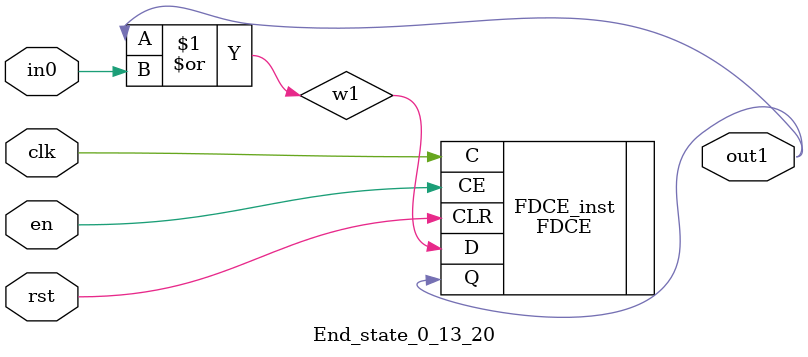
<source format=v>
module engine_0_13(out,clk,sod,en, in_0, in_1, in_3, in_5, in_13, in_14, in_15, in_16, in_17, in_19, in_29, in_38);
//pcre: /^Blade\s+Runner\s+ver\s+\d+/smi
//block char: ^[9], \x20[8], N[0], L[0], \d[5], v[0], a[0], r[0], e[0], d[0], u[0], B[0], 

	input clk,sod,en;

	input in_0, in_1, in_3, in_5, in_13, in_14, in_15, in_16, in_17, in_19, in_29, in_38;
	output out;

	assign w0 = 1'b1;
	state_0_13_1 BlockState_0_13_1 (w1,in_0,clk,en,sod,w0);
	state_0_13_2 BlockState_0_13_2 (w2,in_38,clk,en,sod,w1);
	state_0_13_3 BlockState_0_13_3 (w3,in_5,clk,en,sod,w2);
	state_0_13_4 BlockState_0_13_4 (w4,in_15,clk,en,sod,w3);
	state_0_13_5 BlockState_0_13_5 (w5,in_19,clk,en,sod,w4);
	state_0_13_6 BlockState_0_13_6 (w6,in_17,clk,en,sod,w5);
	state_0_13_7 BlockState_0_13_7 (w7,in_1,clk,en,sod,w7,w6);
	state_0_13_8 BlockState_0_13_8 (w8,in_16,clk,en,sod,w7);
	state_0_13_9 BlockState_0_13_9 (w9,in_29,clk,en,sod,w8);
	state_0_13_10 BlockState_0_13_10 (w10,in_3,clk,en,sod,w9);
	state_0_13_11 BlockState_0_13_11 (w11,in_3,clk,en,sod,w10);
	state_0_13_12 BlockState_0_13_12 (w12,in_17,clk,en,sod,w11);
	state_0_13_13 BlockState_0_13_13 (w13,in_16,clk,en,sod,w12);
	state_0_13_14 BlockState_0_13_14 (w14,in_1,clk,en,sod,w14,w13);
	state_0_13_15 BlockState_0_13_15 (w15,in_14,clk,en,sod,w14);
	state_0_13_16 BlockState_0_13_16 (w16,in_17,clk,en,sod,w15);
	state_0_13_17 BlockState_0_13_17 (w17,in_16,clk,en,sod,w16);
	state_0_13_18 BlockState_0_13_18 (w18,in_1,clk,en,sod,w18,w17);
	state_0_13_19 BlockState_0_13_19 (w19,in_13,clk,en,sod,w19,w18);
	End_state_0_13_20 BlockState_0_13_20 (out,clk,en,sod,w19);
endmodule

module state_0_13_1(out1,in_char,clk,en,rst,in0);
	input in_char,clk,en,rst,in0;
	output out1;
	wire w1,w2;
	assign w1 = in0; 
	and(w2,in_char,w1);
	FDCE #(.INIT(1'b0)) FDCE_inst (
		.Q(out1),
		.C(clk),
		.CE(en),
		.CLR(rst),
		.D(w2)
);
endmodule

module state_0_13_2(out1,in_char,clk,en,rst,in0);
	input in_char,clk,en,rst,in0;
	output out1;
	wire w1,w2;
	assign w1 = in0; 
	and(w2,in_char,w1);
	FDCE #(.INIT(1'b0)) FDCE_inst (
		.Q(out1),
		.C(clk),
		.CE(en),
		.CLR(rst),
		.D(w2)
);
endmodule

module state_0_13_3(out1,in_char,clk,en,rst,in0);
	input in_char,clk,en,rst,in0;
	output out1;
	wire w1,w2;
	assign w1 = in0; 
	and(w2,in_char,w1);
	FDCE #(.INIT(1'b0)) FDCE_inst (
		.Q(out1),
		.C(clk),
		.CE(en),
		.CLR(rst),
		.D(w2)
);
endmodule

module state_0_13_4(out1,in_char,clk,en,rst,in0);
	input in_char,clk,en,rst,in0;
	output out1;
	wire w1,w2;
	assign w1 = in0; 
	and(w2,in_char,w1);
	FDCE #(.INIT(1'b0)) FDCE_inst (
		.Q(out1),
		.C(clk),
		.CE(en),
		.CLR(rst),
		.D(w2)
);
endmodule

module state_0_13_5(out1,in_char,clk,en,rst,in0);
	input in_char,clk,en,rst,in0;
	output out1;
	wire w1,w2;
	assign w1 = in0; 
	and(w2,in_char,w1);
	FDCE #(.INIT(1'b0)) FDCE_inst (
		.Q(out1),
		.C(clk),
		.CE(en),
		.CLR(rst),
		.D(w2)
);
endmodule

module state_0_13_6(out1,in_char,clk,en,rst,in0);
	input in_char,clk,en,rst,in0;
	output out1;
	wire w1,w2;
	assign w1 = in0; 
	and(w2,in_char,w1);
	FDCE #(.INIT(1'b0)) FDCE_inst (
		.Q(out1),
		.C(clk),
		.CE(en),
		.CLR(rst),
		.D(w2)
);
endmodule

module state_0_13_7(out1,in_char,clk,en,rst,in0,in1);
	input in_char,clk,en,rst,in0,in1;
	output out1;
	wire w1,w2;
	or(w1,in0,in1);
	and(w2,in_char,w1);
	FDCE #(.INIT(1'b0)) FDCE_inst (
		.Q(out1),
		.C(clk),
		.CE(en),
		.CLR(rst),
		.D(w2)
);
endmodule

module state_0_13_8(out1,in_char,clk,en,rst,in0);
	input in_char,clk,en,rst,in0;
	output out1;
	wire w1,w2;
	assign w1 = in0; 
	and(w2,in_char,w1);
	FDCE #(.INIT(1'b0)) FDCE_inst (
		.Q(out1),
		.C(clk),
		.CE(en),
		.CLR(rst),
		.D(w2)
);
endmodule

module state_0_13_9(out1,in_char,clk,en,rst,in0);
	input in_char,clk,en,rst,in0;
	output out1;
	wire w1,w2;
	assign w1 = in0; 
	and(w2,in_char,w1);
	FDCE #(.INIT(1'b0)) FDCE_inst (
		.Q(out1),
		.C(clk),
		.CE(en),
		.CLR(rst),
		.D(w2)
);
endmodule

module state_0_13_10(out1,in_char,clk,en,rst,in0);
	input in_char,clk,en,rst,in0;
	output out1;
	wire w1,w2;
	assign w1 = in0; 
	and(w2,in_char,w1);
	FDCE #(.INIT(1'b0)) FDCE_inst (
		.Q(out1),
		.C(clk),
		.CE(en),
		.CLR(rst),
		.D(w2)
);
endmodule

module state_0_13_11(out1,in_char,clk,en,rst,in0);
	input in_char,clk,en,rst,in0;
	output out1;
	wire w1,w2;
	assign w1 = in0; 
	and(w2,in_char,w1);
	FDCE #(.INIT(1'b0)) FDCE_inst (
		.Q(out1),
		.C(clk),
		.CE(en),
		.CLR(rst),
		.D(w2)
);
endmodule

module state_0_13_12(out1,in_char,clk,en,rst,in0);
	input in_char,clk,en,rst,in0;
	output out1;
	wire w1,w2;
	assign w1 = in0; 
	and(w2,in_char,w1);
	FDCE #(.INIT(1'b0)) FDCE_inst (
		.Q(out1),
		.C(clk),
		.CE(en),
		.CLR(rst),
		.D(w2)
);
endmodule

module state_0_13_13(out1,in_char,clk,en,rst,in0);
	input in_char,clk,en,rst,in0;
	output out1;
	wire w1,w2;
	assign w1 = in0; 
	and(w2,in_char,w1);
	FDCE #(.INIT(1'b0)) FDCE_inst (
		.Q(out1),
		.C(clk),
		.CE(en),
		.CLR(rst),
		.D(w2)
);
endmodule

module state_0_13_14(out1,in_char,clk,en,rst,in0,in1);
	input in_char,clk,en,rst,in0,in1;
	output out1;
	wire w1,w2;
	or(w1,in0,in1);
	and(w2,in_char,w1);
	FDCE #(.INIT(1'b0)) FDCE_inst (
		.Q(out1),
		.C(clk),
		.CE(en),
		.CLR(rst),
		.D(w2)
);
endmodule

module state_0_13_15(out1,in_char,clk,en,rst,in0);
	input in_char,clk,en,rst,in0;
	output out1;
	wire w1,w2;
	assign w1 = in0; 
	and(w2,in_char,w1);
	FDCE #(.INIT(1'b0)) FDCE_inst (
		.Q(out1),
		.C(clk),
		.CE(en),
		.CLR(rst),
		.D(w2)
);
endmodule

module state_0_13_16(out1,in_char,clk,en,rst,in0);
	input in_char,clk,en,rst,in0;
	output out1;
	wire w1,w2;
	assign w1 = in0; 
	and(w2,in_char,w1);
	FDCE #(.INIT(1'b0)) FDCE_inst (
		.Q(out1),
		.C(clk),
		.CE(en),
		.CLR(rst),
		.D(w2)
);
endmodule

module state_0_13_17(out1,in_char,clk,en,rst,in0);
	input in_char,clk,en,rst,in0;
	output out1;
	wire w1,w2;
	assign w1 = in0; 
	and(w2,in_char,w1);
	FDCE #(.INIT(1'b0)) FDCE_inst (
		.Q(out1),
		.C(clk),
		.CE(en),
		.CLR(rst),
		.D(w2)
);
endmodule

module state_0_13_18(out1,in_char,clk,en,rst,in0,in1);
	input in_char,clk,en,rst,in0,in1;
	output out1;
	wire w1,w2;
	or(w1,in0,in1);
	and(w2,in_char,w1);
	FDCE #(.INIT(1'b0)) FDCE_inst (
		.Q(out1),
		.C(clk),
		.CE(en),
		.CLR(rst),
		.D(w2)
);
endmodule

module state_0_13_19(out1,in_char,clk,en,rst,in0,in1);
	input in_char,clk,en,rst,in0,in1;
	output out1;
	wire w1,w2;
	or(w1,in0,in1);
	and(w2,in_char,w1);
	FDCE #(.INIT(1'b0)) FDCE_inst (
		.Q(out1),
		.C(clk),
		.CE(en),
		.CLR(rst),
		.D(w2)
);
endmodule

module End_state_0_13_20(out1,clk,en,rst,in0);
	input clk,rst,en,in0;
	output out1;
	wire w1;
	or(w1,out1,in0);
	FDCE #(.INIT(1'b0)) FDCE_inst (
		.Q(out1),
		.C(clk),
		.CE(en),
		.CLR(rst),
		.D(w1)
);
endmodule


</source>
